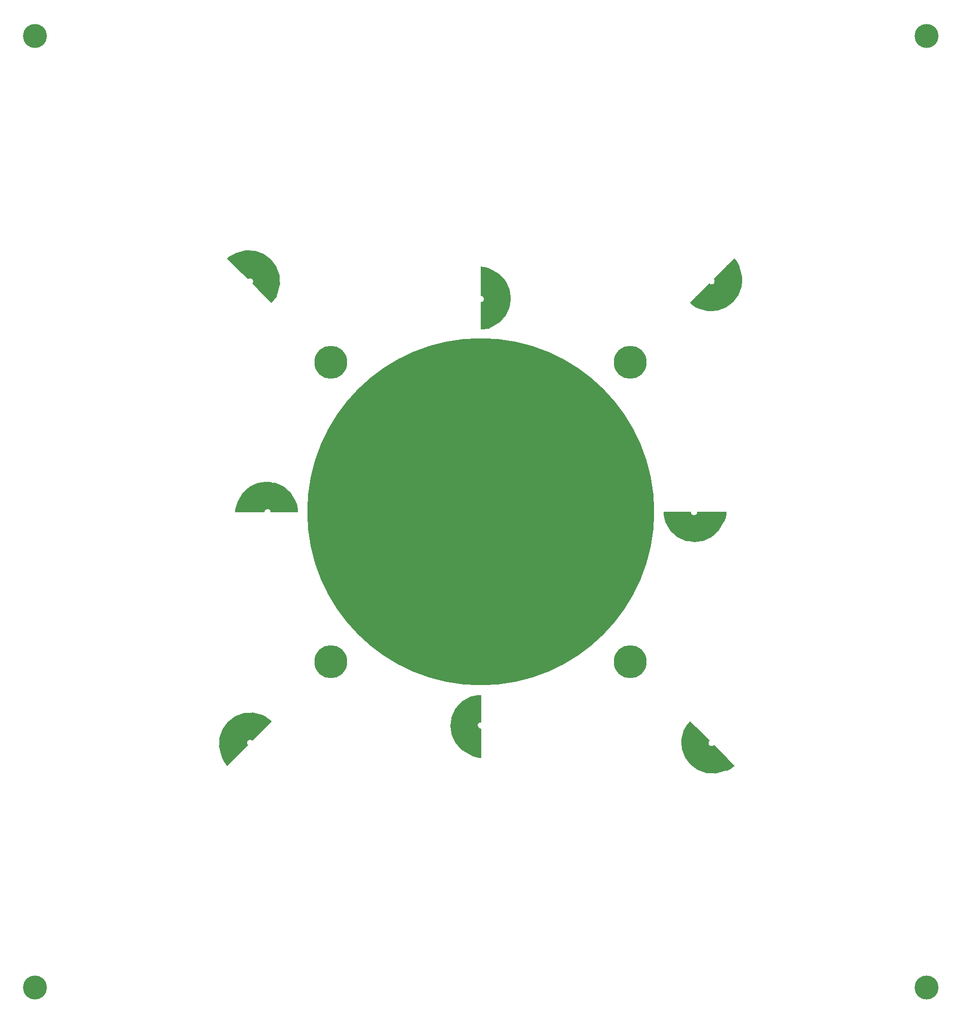
<source format=gbr>
%TF.GenerationSoftware,KiCad,Pcbnew,5.99.0-unknown-6296b4e~102~ubuntu18.04.1*%
%TF.CreationDate,2020-07-17T11:30:15-05:00*%
%TF.ProjectId,FlatAnt4x4,466c6174-416e-4743-9478-342e6b696361,rev?*%
%TF.SameCoordinates,Original*%
%TF.FileFunction,Soldermask,Bot*%
%TF.FilePolarity,Negative*%
%FSLAX46Y46*%
G04 Gerber Fmt 4.6, Leading zero omitted, Abs format (unit mm)*
G04 Created by KiCad (PCBNEW 5.99.0-unknown-6296b4e~102~ubuntu18.04.1) date 2020-07-17 11:30:15*
%MOMM*%
%LPD*%
G01*
G04 APERTURE LIST*
%ADD10C,2.500000*%
%ADD11C,0.000100*%
%ADD12C,4.000000*%
%ADD13C,5.500000*%
%ADD14C,58.000000*%
G04 APERTURE END LIST*
D10*
%TO.C,REF\u002A\u002A*%
X47085737Y-119131939D02*
G75*
G03*
X41881932Y-124350301I-1600332J-3607958D01*
G01*
G36*
X45046120Y-122953880D02*
G01*
X41878282Y-126121718D01*
X40966114Y-125209551D01*
X43101576Y-121009336D01*
X45046120Y-122953880D01*
G37*
D11*
X45046120Y-122953880D02*
X41878282Y-126121718D01*
X40966114Y-125209551D01*
X43101576Y-121009336D01*
X45046120Y-122953880D01*
G36*
X49005918Y-118994082D02*
G01*
X45827413Y-122172587D01*
X44056171Y-120408295D01*
X47810908Y-118110198D01*
X49005918Y-118994082D01*
G37*
X49005918Y-118994082D02*
X45827413Y-122172587D01*
X44056171Y-120408295D01*
X47810908Y-118110198D01*
X49005918Y-118994082D01*
G36*
X48001826Y-118216264D02*
G01*
X48150319Y-118308188D01*
X48320025Y-118421325D01*
X48525085Y-118569818D01*
X48673578Y-118690026D01*
X48786715Y-118789021D01*
X48942278Y-118930442D01*
X49005918Y-118994082D01*
X47810908Y-118110198D01*
X48001826Y-118216264D01*
G37*
X48001826Y-118216264D02*
X48150319Y-118308188D01*
X48320025Y-118421325D01*
X48525085Y-118569818D01*
X48673578Y-118690026D01*
X48786715Y-118789021D01*
X48942278Y-118930442D01*
X49005918Y-118994082D01*
X47810908Y-118110198D01*
X48001826Y-118216264D01*
G36*
X41885353Y-126114647D02*
G01*
X41637865Y-126362135D01*
X41545942Y-126270211D01*
X41423082Y-126117299D01*
X41312596Y-125952013D01*
X41220672Y-125817662D01*
X41114606Y-125640886D01*
X40959043Y-125329759D01*
X40789337Y-124962063D01*
X41885353Y-126114647D01*
G37*
X41885353Y-126114647D02*
X41637865Y-126362135D01*
X41545942Y-126270211D01*
X41423082Y-126117299D01*
X41312596Y-125952013D01*
X41220672Y-125817662D01*
X41114606Y-125640886D01*
X40959043Y-125329759D01*
X40789337Y-124962063D01*
X41885353Y-126114647D01*
G36*
X45449171Y-121787154D02*
G01*
X44664282Y-122572042D01*
X43228856Y-121136615D01*
X44013744Y-120351727D01*
X45449171Y-121787154D01*
G37*
X45449171Y-121787154D02*
X44664282Y-122572042D01*
X43228856Y-121136615D01*
X44013744Y-120351727D01*
X45449171Y-121787154D01*
G36*
X45823938Y-122147778D02*
G01*
X45746156Y-122098281D01*
X45640090Y-122048783D01*
X45534024Y-122013428D01*
X45420887Y-121999286D01*
X45328963Y-122006357D01*
X45184890Y-122054970D01*
X45019162Y-122204789D01*
X44945799Y-122331184D01*
X44918841Y-122430621D01*
X44904699Y-122515474D01*
X44897628Y-122607398D01*
X44904699Y-122699321D01*
X44925912Y-122777103D01*
X44968338Y-122876098D01*
X44614785Y-122522545D01*
X45406745Y-121730585D01*
X45823938Y-122147778D01*
G37*
X45823938Y-122147778D02*
X45746156Y-122098281D01*
X45640090Y-122048783D01*
X45534024Y-122013428D01*
X45420887Y-121999286D01*
X45328963Y-122006357D01*
X45184890Y-122054970D01*
X45019162Y-122204789D01*
X44945799Y-122331184D01*
X44918841Y-122430621D01*
X44904699Y-122515474D01*
X44897628Y-122607398D01*
X44904699Y-122699321D01*
X44925912Y-122777103D01*
X44968338Y-122876098D01*
X44614785Y-122522545D01*
X45406745Y-121730585D01*
X45823938Y-122147778D01*
D10*
X48868061Y-47085737D02*
G75*
G03*
X43649699Y-41881932I-3607958J1600332D01*
G01*
G36*
X46990664Y-43101576D02*
G01*
X45046120Y-45046120D01*
X41878282Y-41878282D01*
X42790449Y-40966114D01*
X46990664Y-43101576D01*
G37*
D11*
X46990664Y-43101576D02*
X45046120Y-45046120D01*
X41878282Y-41878282D01*
X42790449Y-40966114D01*
X46990664Y-43101576D01*
G36*
X49889802Y-47810908D02*
G01*
X49005918Y-49005918D01*
X45827413Y-45827413D01*
X47591705Y-44056171D01*
X49889802Y-47810908D01*
G37*
X49889802Y-47810908D02*
X49005918Y-49005918D01*
X45827413Y-45827413D01*
X47591705Y-44056171D01*
X49889802Y-47810908D01*
G36*
X49783736Y-48001826D02*
G01*
X49691812Y-48150319D01*
X49578675Y-48320025D01*
X49430182Y-48525085D01*
X49309974Y-48673578D01*
X49210979Y-48786715D01*
X49069558Y-48942278D01*
X49005918Y-49005918D01*
X49889802Y-47810908D01*
X49783736Y-48001826D01*
G37*
X49783736Y-48001826D02*
X49691812Y-48150319D01*
X49578675Y-48320025D01*
X49430182Y-48525085D01*
X49309974Y-48673578D01*
X49210979Y-48786715D01*
X49069558Y-48942278D01*
X49005918Y-49005918D01*
X49889802Y-47810908D01*
X49783736Y-48001826D01*
G36*
X41885353Y-41885353D02*
G01*
X41637865Y-41637865D01*
X41729789Y-41545942D01*
X41882701Y-41423082D01*
X42047987Y-41312596D01*
X42182338Y-41220672D01*
X42359114Y-41114606D01*
X42670241Y-40959043D01*
X43037937Y-40789337D01*
X41885353Y-41885353D01*
G37*
X41885353Y-41885353D02*
X41637865Y-41637865D01*
X41729789Y-41545942D01*
X41882701Y-41423082D01*
X42047987Y-41312596D01*
X42182338Y-41220672D01*
X42359114Y-41114606D01*
X42670241Y-40959043D01*
X43037937Y-40789337D01*
X41885353Y-41885353D01*
G36*
X47648273Y-44013744D02*
G01*
X46212846Y-45449171D01*
X45427958Y-44664282D01*
X46863385Y-43228856D01*
X47648273Y-44013744D01*
G37*
X47648273Y-44013744D02*
X46212846Y-45449171D01*
X45427958Y-44664282D01*
X46863385Y-43228856D01*
X47648273Y-44013744D01*
G36*
X46269415Y-45406745D02*
G01*
X45852222Y-45823938D01*
X45901719Y-45746156D01*
X45951217Y-45640090D01*
X45986572Y-45534024D01*
X46000714Y-45420887D01*
X45993643Y-45328963D01*
X45945030Y-45184890D01*
X45795211Y-45019162D01*
X45668816Y-44945799D01*
X45569379Y-44918841D01*
X45484526Y-44904699D01*
X45392602Y-44897628D01*
X45300679Y-44904699D01*
X45222897Y-44925912D01*
X45123902Y-44968338D01*
X45477455Y-44614785D01*
X46269415Y-45406745D01*
G37*
X46269415Y-45406745D02*
X45852222Y-45823938D01*
X45901719Y-45746156D01*
X45951217Y-45640090D01*
X45986572Y-45534024D01*
X46000714Y-45420887D01*
X45993643Y-45328963D01*
X45945030Y-45184890D01*
X45795211Y-45019162D01*
X45668816Y-44945799D01*
X45569379Y-44918841D01*
X45484526Y-44904699D01*
X45392602Y-44897628D01*
X45300679Y-44904699D01*
X45222897Y-44925912D01*
X45123902Y-44968338D01*
X45477455Y-44614785D01*
X46269415Y-45406745D01*
D10*
X120914263Y-48868061D02*
G75*
G03*
X126118068Y-43649699I1600332J3607958D01*
G01*
G36*
X127033886Y-42790449D02*
G01*
X124898424Y-46990664D01*
X122953880Y-45046120D01*
X126121718Y-41878282D01*
X127033886Y-42790449D01*
G37*
D11*
X127033886Y-42790449D02*
X124898424Y-46990664D01*
X122953880Y-45046120D01*
X126121718Y-41878282D01*
X127033886Y-42790449D01*
G36*
X123943829Y-47591705D02*
G01*
X120189092Y-49889802D01*
X118994082Y-49005918D01*
X122172587Y-45827413D01*
X123943829Y-47591705D01*
G37*
X123943829Y-47591705D02*
X120189092Y-49889802D01*
X118994082Y-49005918D01*
X122172587Y-45827413D01*
X123943829Y-47591705D01*
G36*
X120189092Y-49889802D02*
G01*
X119998174Y-49783736D01*
X119849681Y-49691812D01*
X119679975Y-49578675D01*
X119474915Y-49430182D01*
X119326422Y-49309974D01*
X119213285Y-49210979D01*
X119057722Y-49069558D01*
X118994082Y-49005918D01*
X120189092Y-49889802D01*
G37*
X120189092Y-49889802D02*
X119998174Y-49783736D01*
X119849681Y-49691812D01*
X119679975Y-49578675D01*
X119474915Y-49430182D01*
X119326422Y-49309974D01*
X119213285Y-49210979D01*
X119057722Y-49069558D01*
X118994082Y-49005918D01*
X120189092Y-49889802D01*
G36*
X126454058Y-41729789D02*
G01*
X126576918Y-41882701D01*
X126687404Y-42047987D01*
X126779328Y-42182338D01*
X126885394Y-42359114D01*
X127040957Y-42670241D01*
X127210663Y-43037937D01*
X126114647Y-41885353D01*
X126362135Y-41637865D01*
X126454058Y-41729789D01*
G37*
X126454058Y-41729789D02*
X126576918Y-41882701D01*
X126687404Y-42047987D01*
X126779328Y-42182338D01*
X126885394Y-42359114D01*
X127040957Y-42670241D01*
X127210663Y-43037937D01*
X126114647Y-41885353D01*
X126362135Y-41637865D01*
X126454058Y-41729789D01*
G36*
X124771144Y-46863385D02*
G01*
X123986256Y-47648273D01*
X122550829Y-46212846D01*
X123335718Y-45427958D01*
X124771144Y-46863385D01*
G37*
X124771144Y-46863385D02*
X123986256Y-47648273D01*
X122550829Y-46212846D01*
X123335718Y-45427958D01*
X124771144Y-46863385D01*
G36*
X123385215Y-45477455D02*
G01*
X122593255Y-46269415D01*
X122176062Y-45852222D01*
X122253844Y-45901719D01*
X122359910Y-45951217D01*
X122465976Y-45986572D01*
X122579113Y-46000714D01*
X122671037Y-45993643D01*
X122815110Y-45945030D01*
X122980838Y-45795211D01*
X123054201Y-45668816D01*
X123081159Y-45569379D01*
X123095301Y-45484526D01*
X123102372Y-45392602D01*
X123095301Y-45300679D01*
X123074088Y-45222897D01*
X123031662Y-45123902D01*
X123385215Y-45477455D01*
G37*
X123385215Y-45477455D02*
X122593255Y-46269415D01*
X122176062Y-45852222D01*
X122253844Y-45901719D01*
X122359910Y-45951217D01*
X122465976Y-45986572D01*
X122579113Y-46000714D01*
X122671037Y-45993643D01*
X122815110Y-45945030D01*
X122980838Y-45795211D01*
X123054201Y-45668816D01*
X123081159Y-45569379D01*
X123095301Y-45484526D01*
X123102372Y-45392602D01*
X123095301Y-45300679D01*
X123074088Y-45222897D01*
X123031662Y-45123902D01*
X123385215Y-45477455D01*
G36*
X119100000Y-84110000D02*
G01*
X119140000Y-84220000D01*
X119190000Y-84320000D01*
X119260000Y-84410000D01*
X119330000Y-84470000D01*
X119466250Y-84537500D01*
X119689375Y-84548750D01*
X119830625Y-84511250D01*
X119920000Y-84460000D01*
X119990000Y-84410000D01*
X120060000Y-84350000D01*
X120120000Y-84280000D01*
X120160000Y-84210000D01*
X120200000Y-84110000D01*
X120200000Y-84610000D01*
X119080000Y-84610000D01*
X119080000Y-84020000D01*
X119100000Y-84110000D01*
G37*
X119100000Y-84110000D02*
X119140000Y-84220000D01*
X119190000Y-84320000D01*
X119260000Y-84410000D01*
X119330000Y-84470000D01*
X119466250Y-84537500D01*
X119689375Y-84548750D01*
X119830625Y-84511250D01*
X119920000Y-84460000D01*
X119990000Y-84410000D01*
X120060000Y-84350000D01*
X120120000Y-84280000D01*
X120160000Y-84210000D01*
X120200000Y-84110000D01*
X120200000Y-84610000D01*
X119080000Y-84610000D01*
X119080000Y-84020000D01*
X119100000Y-84110000D01*
G36*
X120200000Y-86570000D02*
G01*
X119090000Y-86570000D01*
X119090000Y-84540000D01*
X120200000Y-84540000D01*
X120200000Y-86570000D01*
G37*
X120200000Y-86570000D02*
X119090000Y-86570000D01*
X119090000Y-84540000D01*
X120200000Y-84540000D01*
X120200000Y-86570000D01*
G36*
X125020000Y-84130000D02*
G01*
X124998750Y-84325000D01*
X124960000Y-84520000D01*
X124930000Y-84680000D01*
X124880000Y-84880000D01*
X124770000Y-85210000D01*
X124630000Y-85590000D01*
X124670000Y-84000000D01*
X125020000Y-84000000D01*
X125020000Y-84130000D01*
G37*
X125020000Y-84130000D02*
X124998750Y-84325000D01*
X124960000Y-84520000D01*
X124930000Y-84680000D01*
X124880000Y-84880000D01*
X124770000Y-85210000D01*
X124630000Y-85590000D01*
X124670000Y-84000000D01*
X125020000Y-84000000D01*
X125020000Y-84130000D01*
G36*
X114820000Y-85470000D02*
G01*
X114760000Y-85260000D01*
X114720000Y-85090000D01*
X114680000Y-84890000D01*
X114640000Y-84640000D01*
X114620000Y-84450000D01*
X114610000Y-84300000D01*
X114600000Y-84090000D01*
X114600000Y-84000000D01*
X114820000Y-85470000D01*
G37*
X114820000Y-85470000D02*
X114760000Y-85260000D01*
X114720000Y-85090000D01*
X114680000Y-84890000D01*
X114640000Y-84640000D01*
X114620000Y-84450000D01*
X114610000Y-84300000D01*
X114600000Y-84090000D01*
X114600000Y-84000000D01*
X114820000Y-85470000D01*
G36*
X119100000Y-86500000D02*
G01*
X114820000Y-85470000D01*
X114600000Y-84000000D01*
X119095085Y-84000000D01*
X119100000Y-86500000D01*
G37*
X119100000Y-86500000D02*
X114820000Y-85470000D01*
X114600000Y-84000000D01*
X119095085Y-84000000D01*
X119100000Y-86500000D01*
G36*
X124680000Y-85290000D02*
G01*
X120200000Y-86750000D01*
X120200000Y-84000000D01*
X124680000Y-84000000D01*
X124680000Y-85290000D01*
G37*
X124680000Y-85290000D02*
X120200000Y-86750000D01*
X120200000Y-84000000D01*
X124680000Y-84000000D01*
X124680000Y-85290000D01*
D10*
X116055253Y-85260295D02*
G75*
G03*
X123424838Y-85250000I3682817J1419607D01*
G01*
G36*
X84610000Y-48970000D02*
G01*
X84020000Y-48970000D01*
X84110000Y-48950000D01*
X84220000Y-48910000D01*
X84320000Y-48860000D01*
X84410000Y-48790000D01*
X84470000Y-48720000D01*
X84537500Y-48583750D01*
X84548750Y-48360625D01*
X84511250Y-48219375D01*
X84460000Y-48130000D01*
X84410000Y-48060000D01*
X84350000Y-47990000D01*
X84280000Y-47930000D01*
X84210000Y-47890000D01*
X84110000Y-47850000D01*
X84610000Y-47850000D01*
X84610000Y-48970000D01*
G37*
D11*
X84610000Y-48970000D02*
X84020000Y-48970000D01*
X84110000Y-48950000D01*
X84220000Y-48910000D01*
X84320000Y-48860000D01*
X84410000Y-48790000D01*
X84470000Y-48720000D01*
X84537500Y-48583750D01*
X84548750Y-48360625D01*
X84511250Y-48219375D01*
X84460000Y-48130000D01*
X84410000Y-48060000D01*
X84350000Y-47990000D01*
X84280000Y-47930000D01*
X84210000Y-47890000D01*
X84110000Y-47850000D01*
X84610000Y-47850000D01*
X84610000Y-48970000D01*
G36*
X86570000Y-48960000D02*
G01*
X84540000Y-48960000D01*
X84540000Y-47850000D01*
X86570000Y-47850000D01*
X86570000Y-48960000D01*
G37*
X86570000Y-48960000D02*
X84540000Y-48960000D01*
X84540000Y-47850000D01*
X86570000Y-47850000D01*
X86570000Y-48960000D01*
G36*
X84325000Y-43051250D02*
G01*
X84520000Y-43090000D01*
X84680000Y-43120000D01*
X84880000Y-43170000D01*
X85210000Y-43280000D01*
X85590000Y-43420000D01*
X84000000Y-43380000D01*
X84000000Y-43030000D01*
X84130000Y-43030000D01*
X84325000Y-43051250D01*
G37*
X84325000Y-43051250D02*
X84520000Y-43090000D01*
X84680000Y-43120000D01*
X84880000Y-43170000D01*
X85210000Y-43280000D01*
X85590000Y-43420000D01*
X84000000Y-43380000D01*
X84000000Y-43030000D01*
X84130000Y-43030000D01*
X84325000Y-43051250D01*
G36*
X85260000Y-53290000D02*
G01*
X85090000Y-53330000D01*
X84890000Y-53370000D01*
X84640000Y-53410000D01*
X84450000Y-53430000D01*
X84300000Y-53440000D01*
X84090000Y-53450000D01*
X84000000Y-53450000D01*
X85470000Y-53230000D01*
X85260000Y-53290000D01*
G37*
X85260000Y-53290000D02*
X85090000Y-53330000D01*
X84890000Y-53370000D01*
X84640000Y-53410000D01*
X84450000Y-53430000D01*
X84300000Y-53440000D01*
X84090000Y-53450000D01*
X84000000Y-53450000D01*
X85470000Y-53230000D01*
X85260000Y-53290000D01*
G36*
X85470000Y-53230000D02*
G01*
X84000000Y-53450000D01*
X84000000Y-48954915D01*
X86500000Y-48950000D01*
X85470000Y-53230000D01*
G37*
X85470000Y-53230000D02*
X84000000Y-53450000D01*
X84000000Y-48954915D01*
X86500000Y-48950000D01*
X85470000Y-53230000D01*
G36*
X86750000Y-47850000D02*
G01*
X84000000Y-47850000D01*
X84000000Y-43370000D01*
X85290000Y-43370000D01*
X86750000Y-47850000D01*
G37*
X86750000Y-47850000D02*
X84000000Y-47850000D01*
X84000000Y-43370000D01*
X85290000Y-43370000D01*
X86750000Y-47850000D01*
D10*
X85260295Y-51994747D02*
G75*
G03*
X85250000Y-44625162I-1419607J3682817D01*
G01*
X119131939Y-120914263D02*
G75*
G03*
X124350301Y-126118068I3607958J-1600332D01*
G01*
G36*
X126121718Y-126121718D02*
G01*
X125209551Y-127033886D01*
X121009336Y-124898424D01*
X122953880Y-122953880D01*
X126121718Y-126121718D01*
G37*
D11*
X126121718Y-126121718D02*
X125209551Y-127033886D01*
X121009336Y-124898424D01*
X122953880Y-122953880D01*
X126121718Y-126121718D01*
G36*
X122172587Y-122172587D02*
G01*
X120408295Y-123943829D01*
X118110198Y-120189092D01*
X118994082Y-118994082D01*
X122172587Y-122172587D01*
G37*
X122172587Y-122172587D02*
X120408295Y-123943829D01*
X118110198Y-120189092D01*
X118994082Y-118994082D01*
X122172587Y-122172587D01*
G36*
X118110198Y-120189092D02*
G01*
X118216264Y-119998174D01*
X118308188Y-119849681D01*
X118421325Y-119679975D01*
X118569818Y-119474915D01*
X118690026Y-119326422D01*
X118789021Y-119213285D01*
X118930442Y-119057722D01*
X118994082Y-118994082D01*
X118110198Y-120189092D01*
G37*
X118110198Y-120189092D02*
X118216264Y-119998174D01*
X118308188Y-119849681D01*
X118421325Y-119679975D01*
X118569818Y-119474915D01*
X118690026Y-119326422D01*
X118789021Y-119213285D01*
X118930442Y-119057722D01*
X118994082Y-118994082D01*
X118110198Y-120189092D01*
G36*
X126362135Y-126362135D02*
G01*
X126270211Y-126454058D01*
X126117299Y-126576918D01*
X125952013Y-126687404D01*
X125817662Y-126779328D01*
X125640886Y-126885394D01*
X125329759Y-127040957D01*
X124962063Y-127210663D01*
X126114647Y-126114647D01*
X126362135Y-126362135D01*
G37*
X126362135Y-126362135D02*
X126270211Y-126454058D01*
X126117299Y-126576918D01*
X125952013Y-126687404D01*
X125817662Y-126779328D01*
X125640886Y-126885394D01*
X125329759Y-127040957D01*
X124962063Y-127210663D01*
X126114647Y-126114647D01*
X126362135Y-126362135D01*
G36*
X122572042Y-123335718D02*
G01*
X121136615Y-124771144D01*
X120351727Y-123986256D01*
X121787154Y-122550829D01*
X122572042Y-123335718D01*
G37*
X122572042Y-123335718D02*
X121136615Y-124771144D01*
X120351727Y-123986256D01*
X121787154Y-122550829D01*
X122572042Y-123335718D01*
G36*
X122098281Y-122253844D02*
G01*
X122048783Y-122359910D01*
X122013428Y-122465976D01*
X121999286Y-122579113D01*
X122006357Y-122671037D01*
X122054970Y-122815110D01*
X122204789Y-122980838D01*
X122331184Y-123054201D01*
X122430621Y-123081159D01*
X122515474Y-123095301D01*
X122607398Y-123102372D01*
X122699321Y-123095301D01*
X122777103Y-123074088D01*
X122876098Y-123031662D01*
X122522545Y-123385215D01*
X121730585Y-122593255D01*
X122147778Y-122176062D01*
X122098281Y-122253844D01*
G37*
X122098281Y-122253844D02*
X122048783Y-122359910D01*
X122013428Y-122465976D01*
X121999286Y-122579113D01*
X122006357Y-122671037D01*
X122054970Y-122815110D01*
X122204789Y-122980838D01*
X122331184Y-123054201D01*
X122430621Y-123081159D01*
X122515474Y-123095301D01*
X122607398Y-123102372D01*
X122699321Y-123095301D01*
X122777103Y-123074088D01*
X122876098Y-123031662D01*
X122522545Y-123385215D01*
X121730585Y-122593255D01*
X122147778Y-122176062D01*
X122098281Y-122253844D01*
G36*
X48920000Y-83980000D02*
G01*
X48900000Y-83890000D01*
X48860000Y-83780000D01*
X48810000Y-83680000D01*
X48740000Y-83590000D01*
X48670000Y-83530000D01*
X48533750Y-83462500D01*
X48310625Y-83451250D01*
X48169375Y-83488750D01*
X48080000Y-83540000D01*
X48010000Y-83590000D01*
X47940000Y-83650000D01*
X47880000Y-83720000D01*
X47840000Y-83790000D01*
X47800000Y-83890000D01*
X47800000Y-83390000D01*
X48920000Y-83390000D01*
X48920000Y-83980000D01*
G37*
X48920000Y-83980000D02*
X48900000Y-83890000D01*
X48860000Y-83780000D01*
X48810000Y-83680000D01*
X48740000Y-83590000D01*
X48670000Y-83530000D01*
X48533750Y-83462500D01*
X48310625Y-83451250D01*
X48169375Y-83488750D01*
X48080000Y-83540000D01*
X48010000Y-83590000D01*
X47940000Y-83650000D01*
X47880000Y-83720000D01*
X47840000Y-83790000D01*
X47800000Y-83890000D01*
X47800000Y-83390000D01*
X48920000Y-83390000D01*
X48920000Y-83980000D01*
G36*
X48910000Y-83460000D02*
G01*
X47800000Y-83460000D01*
X47800000Y-81430000D01*
X48910000Y-81430000D01*
X48910000Y-83460000D01*
G37*
X48910000Y-83460000D02*
X47800000Y-83460000D01*
X47800000Y-81430000D01*
X48910000Y-81430000D01*
X48910000Y-83460000D01*
G36*
X43330000Y-84000000D02*
G01*
X42980000Y-84000000D01*
X42980000Y-83870000D01*
X43001250Y-83675000D01*
X43040000Y-83480000D01*
X43070000Y-83320000D01*
X43120000Y-83120000D01*
X43230000Y-82790000D01*
X43370000Y-82410000D01*
X43330000Y-84000000D01*
G37*
X43330000Y-84000000D02*
X42980000Y-84000000D01*
X42980000Y-83870000D01*
X43001250Y-83675000D01*
X43040000Y-83480000D01*
X43070000Y-83320000D01*
X43120000Y-83120000D01*
X43230000Y-82790000D01*
X43370000Y-82410000D01*
X43330000Y-84000000D01*
G36*
X53240000Y-82740000D02*
G01*
X53280000Y-82910000D01*
X53320000Y-83110000D01*
X53360000Y-83360000D01*
X53380000Y-83550000D01*
X53390000Y-83700000D01*
X53400000Y-83910000D01*
X53400000Y-84000000D01*
X53180000Y-82530000D01*
X53240000Y-82740000D01*
G37*
X53240000Y-82740000D02*
X53280000Y-82910000D01*
X53320000Y-83110000D01*
X53360000Y-83360000D01*
X53380000Y-83550000D01*
X53390000Y-83700000D01*
X53400000Y-83910000D01*
X53400000Y-84000000D01*
X53180000Y-82530000D01*
X53240000Y-82740000D01*
G36*
X53180000Y-82530000D02*
G01*
X53400000Y-84000000D01*
X48904915Y-84000000D01*
X48900000Y-81500000D01*
X53180000Y-82530000D01*
G37*
X53180000Y-82530000D02*
X53400000Y-84000000D01*
X48904915Y-84000000D01*
X48900000Y-81500000D01*
X53180000Y-82530000D01*
G36*
X47800000Y-84000000D02*
G01*
X43320000Y-84000000D01*
X43320000Y-82710000D01*
X47800000Y-81250000D01*
X47800000Y-84000000D01*
G37*
X47800000Y-84000000D02*
X43320000Y-84000000D01*
X43320000Y-82710000D01*
X47800000Y-81250000D01*
X47800000Y-84000000D01*
D10*
X51944747Y-82739705D02*
G75*
G03*
X44575162Y-82750000I-3682817J-1419607D01*
G01*
G36*
X83890000Y-119100000D02*
G01*
X83780000Y-119140000D01*
X83680000Y-119190000D01*
X83590000Y-119260000D01*
X83530000Y-119330000D01*
X83462500Y-119466250D01*
X83451250Y-119689375D01*
X83488750Y-119830625D01*
X83540000Y-119920000D01*
X83590000Y-119990000D01*
X83650000Y-120060000D01*
X83720000Y-120120000D01*
X83790000Y-120160000D01*
X83890000Y-120200000D01*
X83390000Y-120200000D01*
X83390000Y-119080000D01*
X83980000Y-119080000D01*
X83890000Y-119100000D01*
G37*
D11*
X83890000Y-119100000D02*
X83780000Y-119140000D01*
X83680000Y-119190000D01*
X83590000Y-119260000D01*
X83530000Y-119330000D01*
X83462500Y-119466250D01*
X83451250Y-119689375D01*
X83488750Y-119830625D01*
X83540000Y-119920000D01*
X83590000Y-119990000D01*
X83650000Y-120060000D01*
X83720000Y-120120000D01*
X83790000Y-120160000D01*
X83890000Y-120200000D01*
X83390000Y-120200000D01*
X83390000Y-119080000D01*
X83980000Y-119080000D01*
X83890000Y-119100000D01*
G36*
X83460000Y-120200000D02*
G01*
X81430000Y-120200000D01*
X81430000Y-119090000D01*
X83460000Y-119090000D01*
X83460000Y-120200000D01*
G37*
X83460000Y-120200000D02*
X81430000Y-120200000D01*
X81430000Y-119090000D01*
X83460000Y-119090000D01*
X83460000Y-120200000D01*
G36*
X84000000Y-124670000D02*
G01*
X84000000Y-125020000D01*
X83870000Y-125020000D01*
X83675000Y-124998750D01*
X83480000Y-124960000D01*
X83320000Y-124930000D01*
X83120000Y-124880000D01*
X82790000Y-124770000D01*
X82410000Y-124630000D01*
X84000000Y-124670000D01*
G37*
X84000000Y-124670000D02*
X84000000Y-125020000D01*
X83870000Y-125020000D01*
X83675000Y-124998750D01*
X83480000Y-124960000D01*
X83320000Y-124930000D01*
X83120000Y-124880000D01*
X82790000Y-124770000D01*
X82410000Y-124630000D01*
X84000000Y-124670000D01*
G36*
X82530000Y-114820000D02*
G01*
X82740000Y-114760000D01*
X82910000Y-114720000D01*
X83110000Y-114680000D01*
X83360000Y-114640000D01*
X83550000Y-114620000D01*
X83700000Y-114610000D01*
X83910000Y-114600000D01*
X84000000Y-114600000D01*
X82530000Y-114820000D01*
G37*
X82530000Y-114820000D02*
X82740000Y-114760000D01*
X82910000Y-114720000D01*
X83110000Y-114680000D01*
X83360000Y-114640000D01*
X83550000Y-114620000D01*
X83700000Y-114610000D01*
X83910000Y-114600000D01*
X84000000Y-114600000D01*
X82530000Y-114820000D01*
G36*
X84000000Y-119095085D02*
G01*
X81500000Y-119100000D01*
X82530000Y-114820000D01*
X84000000Y-114600000D01*
X84000000Y-119095085D01*
G37*
X84000000Y-119095085D02*
X81500000Y-119100000D01*
X82530000Y-114820000D01*
X84000000Y-114600000D01*
X84000000Y-119095085D01*
G36*
X84000000Y-124680000D02*
G01*
X82710000Y-124680000D01*
X81250000Y-120200000D01*
X84000000Y-120200000D01*
X84000000Y-124680000D01*
G37*
X84000000Y-124680000D02*
X82710000Y-124680000D01*
X81250000Y-120200000D01*
X84000000Y-120200000D01*
X84000000Y-124680000D01*
D10*
X82739705Y-116055253D02*
G75*
G03*
X82750000Y-123424838I1419607J-3682817D01*
G01*
%TD*%
D12*
%TO.C,REF\u002A\u002A*%
X158500000Y-4500000D03*
%TD*%
%TO.C,REF\u002A\u002A*%
X158500000Y-163500000D03*
%TD*%
%TO.C,eREF\u002A\u002A*%
X9500000Y-163500000D03*
%TD*%
%TO.C,REF\u002A\u002A*%
X9500000Y-4500000D03*
%TD*%
D13*
%TO.C,REF\u002A\u002A*%
X59000000Y-109000000D03*
X109000000Y-109000000D03*
X109000000Y-59000000D03*
X59000000Y-59000000D03*
D14*
X84000000Y-84000000D03*
%TD*%
M02*

</source>
